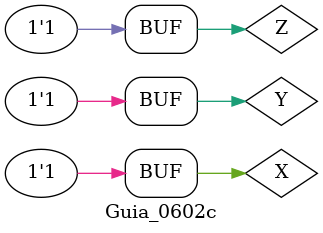
<source format=v>
/*
 Guia_0602c.v - v0.0. - 28 / 08 / 2022
 Autor    : Gabriel Vargas Bento de Souza
 Matricula: 778023
 */

/* 
 Produto das somas
               ____
F(X, Y, Z) =   | |  M (1, 2, 3, 6) = PoS(1, 2, 3, 6)
*/

/**
 PoS (1, 2, 3, 6) = X+Y+Z' . X+Y'+Z . X+Y'+Z' . X'+Y'+Z
 */
module PoS (output S,
            input  X, Y, Z);
   assign S = ( X |  Y | ~Z)  // 1
            & ( X | ~Y |  Z)  // 2
            & ( X | ~Y | ~Z)  // 3
            & (~X | ~Y |  Z); // 6
endmodule // PoS 

/**
 PoS(1,2,3,6)_Simplificado = X+Z' . Y'+Z
 */
module PoS_simple (output S,
                   input  X, Y, Z);
   assign S = ( X | ~Z)
            & (~Y |  Z);
endmodule // PoS_simple

/**
  Guia_0602c.v
 */
module Guia_0602c;
   reg  X, Y, Z;
   wire S1, S2;
   
   // instancias
   PoS        POS1 (S1, X, Y, Z);
   PoS_simple POS2 (S2, X, Y, Z);
   
   // valores iniciais
   initial begin: start
      X=1'bx; Y=1'bx; Z=1'bx;
   end

   // parte principal
   initial begin: main
       $display("Gabriel Vargas Bento de Souza - 778023");
       $display("Guia_06");
       $display("\n02.c) PoS (1, 2, 3, 6)\n");

       // monitoramento
       $display(" X  Y  Z  S1  S2");
       $monitor("%2b %2b %2b %2b %3b", X,  Y,  Z,  S1, S2);

       // sinalizacao
          X=0; Y=0; Z=0;
       #1           Z=1;
       #1      Y=1; Z=0;
       #1           Z=1;
       #1 X=1; Y=0; Z=0;
       #1           Z=1;
       #1      Y=1; Z=0;
       #1           Z=1;
   end
endmodule // Guia_0602c

/*
C:\Users\Gabriel\Desktop\CC-PUC\2Periodo\ARQ1\Tarefas\Guia06>vvp Guia_0602c.vvp
Gabriel Vargas Bento de Souza - 778023
Guia_06

02.c) PoS (1, 2, 3, 6)

 X  Y  Z  S1  S2
 0  0  0  1   1
 0  0  1  0   0
 0  1  0  0   0
 0  1  1  0   0
 1  0  0  1   1
 1  0  1  1   1
 1  1  0  0   0
 1  1  1  1   1
*/
</source>
